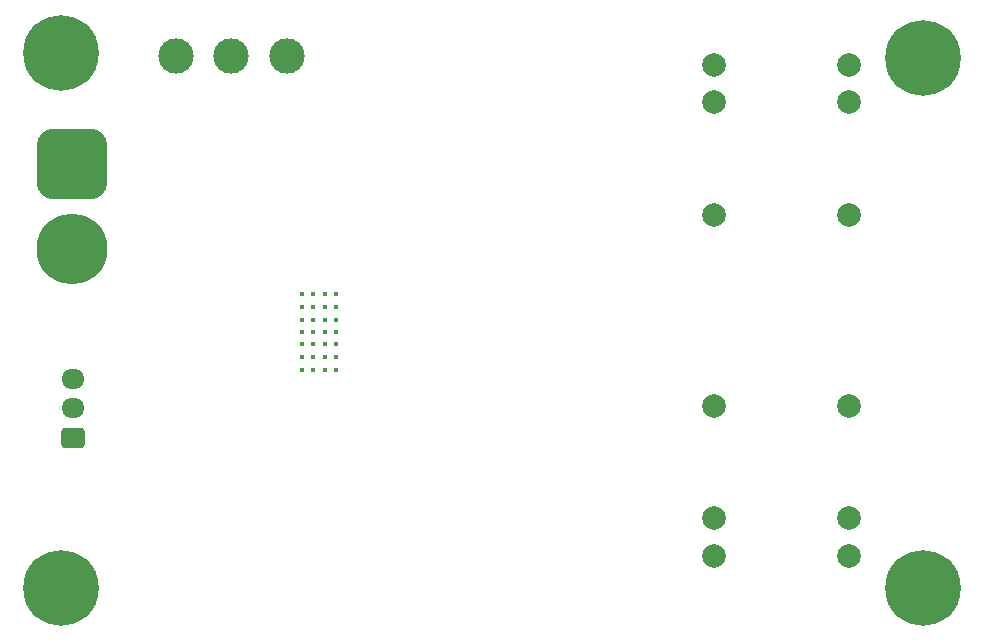
<source format=gbr>
%TF.GenerationSoftware,KiCad,Pcbnew,9.0.0*%
%TF.CreationDate,2025-03-24T15:54:36+01:00*%
%TF.ProjectId,Pcb_Ampli2,5063625f-416d-4706-9c69-322e6b696361,rev?*%
%TF.SameCoordinates,Original*%
%TF.FileFunction,Soldermask,Bot*%
%TF.FilePolarity,Negative*%
%FSLAX46Y46*%
G04 Gerber Fmt 4.6, Leading zero omitted, Abs format (unit mm)*
G04 Created by KiCad (PCBNEW 9.0.0) date 2025-03-24 15:54:36*
%MOMM*%
%LPD*%
G01*
G04 APERTURE LIST*
G04 Aperture macros list*
%AMRoundRect*
0 Rectangle with rounded corners*
0 $1 Rounding radius*
0 $2 $3 $4 $5 $6 $7 $8 $9 X,Y pos of 4 corners*
0 Add a 4 corners polygon primitive as box body*
4,1,4,$2,$3,$4,$5,$6,$7,$8,$9,$2,$3,0*
0 Add four circle primitives for the rounded corners*
1,1,$1+$1,$2,$3*
1,1,$1+$1,$4,$5*
1,1,$1+$1,$6,$7*
1,1,$1+$1,$8,$9*
0 Add four rect primitives between the rounded corners*
20,1,$1+$1,$2,$3,$4,$5,0*
20,1,$1+$1,$4,$5,$6,$7,0*
20,1,$1+$1,$6,$7,$8,$9,0*
20,1,$1+$1,$8,$9,$2,$3,0*%
G04 Aperture macros list end*
%ADD10O,0.450000X0.450000*%
%ADD11C,0.800000*%
%ADD12C,6.400000*%
%ADD13RoundRect,0.250000X0.725000X-0.600000X0.725000X0.600000X-0.725000X0.600000X-0.725000X-0.600000X0*%
%ADD14O,1.950000X1.700000*%
%ADD15C,2.006600*%
%ADD16RoundRect,1.500000X-1.500000X1.500000X-1.500000X-1.500000X1.500000X-1.500000X1.500000X1.500000X0*%
%ADD17C,6.000000*%
%ADD18C,3.000000*%
G04 APERTURE END LIST*
D10*
%TO.C,TPA1*%
X100871000Y-70132500D03*
X100871000Y-71232500D03*
X100871000Y-72332500D03*
X100871000Y-73332500D03*
X100871000Y-74332500D03*
X100871000Y-75432500D03*
X100871000Y-76532500D03*
X101807000Y-70142500D03*
X101807000Y-71242500D03*
X101807000Y-72352500D03*
X101807000Y-73342500D03*
X101807000Y-74342500D03*
X101807000Y-75442500D03*
X101807000Y-76542500D03*
X102793000Y-70142500D03*
X102793000Y-71242500D03*
X102793000Y-72342500D03*
X102793000Y-73342500D03*
X102793000Y-74342500D03*
X102793000Y-75442500D03*
X102793000Y-76542500D03*
X103729000Y-70142500D03*
X103729000Y-71242500D03*
X103729000Y-72342500D03*
X103729000Y-73342500D03*
X103729000Y-74342500D03*
X103729000Y-75442500D03*
X103729000Y-76542500D03*
%TD*%
D11*
%TO.C,H4*%
X151100000Y-95000000D03*
X151802944Y-93302944D03*
X151802944Y-96697056D03*
X153500000Y-92600000D03*
D12*
X153500000Y-95000000D03*
D11*
X153500000Y-97400000D03*
X155197056Y-93302944D03*
X155197056Y-96697056D03*
X155900000Y-95000000D03*
%TD*%
%TO.C,H1*%
X78100000Y-49700000D03*
X78802944Y-48002944D03*
X78802944Y-51397056D03*
X80500000Y-47300000D03*
D12*
X80500000Y-49700000D03*
D11*
X80500000Y-52100000D03*
X82197056Y-48002944D03*
X82197056Y-51397056D03*
X82900000Y-49700000D03*
%TD*%
%TO.C,H2*%
X151100000Y-50100000D03*
X151802944Y-48402944D03*
X151802944Y-51797056D03*
X153500000Y-47700000D03*
D12*
X153500000Y-50100000D03*
D11*
X153500000Y-52500000D03*
X155197056Y-48402944D03*
X155197056Y-51797056D03*
X155900000Y-50100000D03*
%TD*%
D13*
%TO.C,J5*%
X81500000Y-82300000D03*
D14*
X81500000Y-79800000D03*
X81500000Y-77300000D03*
%TD*%
D11*
%TO.C,H3*%
X78100000Y-95000000D03*
X78802944Y-93302944D03*
X78802944Y-96697056D03*
X80500000Y-92600000D03*
D12*
X80500000Y-95000000D03*
D11*
X80500000Y-97400000D03*
X82197056Y-93302944D03*
X82197056Y-96697056D03*
X82900000Y-95000000D03*
%TD*%
D15*
%TO.C,J2*%
X135770000Y-53900008D03*
X147200000Y-53900008D03*
X135770000Y-50700000D03*
X147200000Y-50700000D03*
X135770000Y-63400000D03*
X147200000Y-63400000D03*
%TD*%
D16*
%TO.C,J1*%
X81400000Y-59100000D03*
D17*
X81400000Y-66300000D03*
%TD*%
D15*
%TO.C,J3*%
X147181600Y-89058888D03*
X135751600Y-89058888D03*
X147181600Y-92258896D03*
X135751600Y-92258896D03*
X147181600Y-79558896D03*
X135751600Y-79558896D03*
%TD*%
D18*
%TO.C,SW1*%
X99600000Y-50000000D03*
X94900000Y-50000000D03*
X90200000Y-50000000D03*
%TD*%
M02*

</source>
